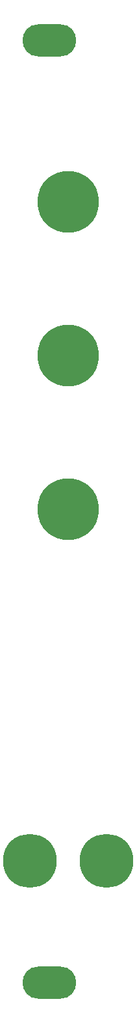
<source format=gbr>
%TF.GenerationSoftware,KiCad,Pcbnew,6.0.7+dfsg-1~bpo11+1*%
%TF.CreationDate,2022-10-26T04:05:09+08:00*%
%TF.ProjectId,MiniDelay v1.0 - Front,4d696e69-4465-46c6-9179-2076312e3020,rev?*%
%TF.SameCoordinates,Original*%
%TF.FileFunction,Soldermask,Bot*%
%TF.FilePolarity,Negative*%
%FSLAX46Y46*%
G04 Gerber Fmt 4.6, Leading zero omitted, Abs format (unit mm)*
G04 Created by KiCad (PCBNEW 6.0.7+dfsg-1~bpo11+1) date 2022-10-26 04:05:09*
%MOMM*%
%LPD*%
G01*
G04 APERTURE LIST*
%ADD10C,8.000000*%
%ADD11C,7.000000*%
%ADD12O,7.000000X4.200000*%
G04 APERTURE END LIST*
D10*
%TO.C,REF\u002A\u002A*%
X110000000Y-84000000D03*
%TD*%
%TO.C,REF\u002A\u002A*%
X110000000Y-64000000D03*
%TD*%
D11*
%TO.C,REF\u002A\u002A*%
X105000000Y-149700000D03*
%TD*%
D12*
%TO.C,REF\u002A\u002A*%
X107500000Y-43000000D03*
X107500000Y-165500000D03*
%TD*%
D11*
%TO.C,REF\u002A\u002A*%
X115000000Y-149700000D03*
%TD*%
D10*
%TO.C,REF\u002A\u002A*%
X110000000Y-104000000D03*
%TD*%
M02*

</source>
